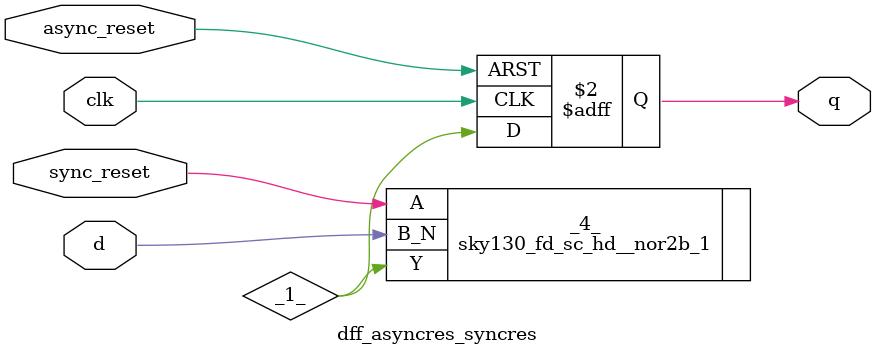
<source format=v>
/* Generated by Yosys 0.47+121 (git sha1 98b4affc4, g++ 13.2.0-23ubuntu4 -fPIC -O3) */

module dff_asyncres_syncres(clk, async_reset, sync_reset, d, q);
  wire _0_;
  wire _1_;
  wire _2_;
  wire _3_;
  input async_reset;
  wire async_reset;
  input clk;
  wire clk;
  input d;
  wire d;
  output q;
  reg q;
  input sync_reset;
  wire sync_reset;
  sky130_fd_sc_hd__nor2b_1 _4_ (
    .A(_3_),
    .B_N(_2_),
    .Y(_1_)
  );
  always @(posedge clk, posedge async_reset)
    if (async_reset) q <= 1'h0;
    else q <= _0_;
  assign _2_ = d;
  assign _3_ = sync_reset;
  assign _0_ = _1_;
endmodule

</source>
